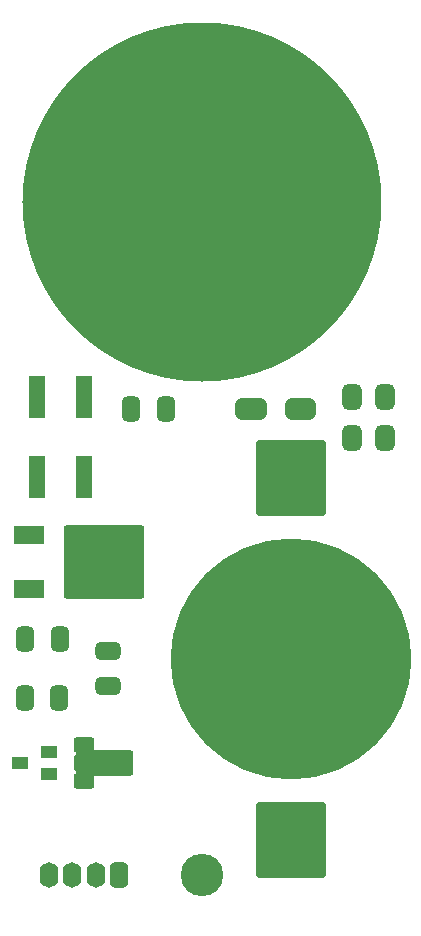
<source format=gbr>
G04 #@! TF.GenerationSoftware,KiCad,Pcbnew,7.0.0-da2b9df05c~163~ubuntu22.04.1*
G04 #@! TF.CreationDate,2023-02-22T18:49:52+09:00*
G04 #@! TF.ProjectId,staticdetector,73746174-6963-4646-9574-6563746f722e,rev?*
G04 #@! TF.SameCoordinates,Original*
G04 #@! TF.FileFunction,Soldermask,Top*
G04 #@! TF.FilePolarity,Negative*
%FSLAX46Y46*%
G04 Gerber Fmt 4.6, Leading zero omitted, Abs format (unit mm)*
G04 Created by KiCad (PCBNEW 7.0.0-da2b9df05c~163~ubuntu22.04.1) date 2023-02-22 18:49:52*
%MOMM*%
%LPD*%
G01*
G04 APERTURE LIST*
G04 Aperture macros list*
%AMRoundRect*
0 Rectangle with rounded corners*
0 $1 Rounding radius*
0 $2 $3 $4 $5 $6 $7 $8 $9 X,Y pos of 4 corners*
0 Add a 4 corners polygon primitive as box body*
4,1,4,$2,$3,$4,$5,$6,$7,$8,$9,$2,$3,0*
0 Add four circle primitives for the rounded corners*
1,1,$1+$1,$2,$3*
1,1,$1+$1,$4,$5*
1,1,$1+$1,$6,$7*
1,1,$1+$1,$8,$9*
0 Add four rect primitives between the rounded corners*
20,1,$1+$1,$2,$3,$4,$5,0*
20,1,$1+$1,$4,$5,$6,$7,0*
20,1,$1+$1,$6,$7,$8,$9,0*
20,1,$1+$1,$8,$9,$2,$3,0*%
%AMFreePoly0*
4,1,33,3.939037,1.051276,4.003921,1.007921,4.047276,0.943037,4.062500,0.866500,4.062500,-0.866500,4.047276,-0.943037,4.003921,-1.007921,3.939037,-1.051276,3.862500,-1.066500,0.737500,-1.066500,0.660963,-1.051276,0.596079,-1.007921,0.552724,-0.943037,0.537500,-0.866500,0.537500,-0.650000,-0.737500,-0.650000,-0.814037,-0.634776,-0.878921,-0.591421,-0.922276,-0.526537,-0.937500,-0.450000,
-0.937500,0.450000,-0.922276,0.526537,-0.878921,0.591421,-0.814037,0.634776,-0.737500,0.650000,0.537500,0.650000,0.537500,0.866500,0.552724,0.943037,0.596079,1.007921,0.660963,1.051276,0.737500,1.066500,3.862500,1.066500,3.939037,1.051276,3.939037,1.051276,$1*%
%AMFreePoly1*
4,1,39,0.025584,0.944911,0.071157,0.944911,0.127504,0.936810,0.264055,0.896715,0.315837,0.873066,0.435559,0.796125,0.478580,0.758847,0.571777,0.651292,0.602554,0.603402,0.661673,0.473948,0.677710,0.419330,0.697964,0.278464,0.700000,0.250000,0.700000,-0.250000,0.697964,-0.278464,0.677710,-0.419330,0.661673,-0.473948,0.602554,-0.603402,0.571777,-0.651292,0.478580,-0.758847,
0.435559,-0.796125,0.315837,-0.873066,0.264055,-0.896715,0.127504,-0.936810,0.071157,-0.944911,0.025584,-0.944911,0.000000,-0.950000,-0.500000,-0.950000,-0.576537,-0.934776,-0.641421,-0.891421,-0.684776,-0.826537,-0.700000,-0.750000,-0.700000,0.750000,-0.684776,0.826537,-0.641421,0.891421,-0.576537,0.934776,-0.500000,0.950000,0.000000,0.950000,0.025584,0.944911,0.025584,0.944911,
$1*%
%AMFreePoly2*
4,1,39,0.576537,0.934776,0.641421,0.891421,0.684776,0.826537,0.700000,0.750000,0.700000,-0.750000,0.684776,-0.826537,0.641421,-0.891421,0.576537,-0.934776,0.500000,-0.950000,0.000000,-0.950000,-0.025584,-0.944911,-0.071157,-0.944911,-0.127504,-0.936810,-0.264055,-0.896715,-0.315837,-0.873066,-0.435559,-0.796125,-0.478580,-0.758847,-0.571777,-0.651292,-0.602554,-0.603402,-0.661673,-0.473948,
-0.677710,-0.419330,-0.697964,-0.278464,-0.700000,-0.250000,-0.700000,0.250000,-0.697964,0.278464,-0.677710,0.419330,-0.661673,0.473948,-0.602554,0.603402,-0.571777,0.651292,-0.478580,0.758847,-0.435559,0.796125,-0.315837,0.873066,-0.264055,0.896715,-0.127504,0.936810,-0.071157,0.944911,-0.025584,0.944911,0.000000,0.950000,0.500000,0.950000,0.576537,0.934776,0.576537,0.934776,
$1*%
G04 Aperture macros list end*
%ADD10C,3.600000*%
%ADD11RoundRect,0.450000X-0.375000X-0.625000X0.375000X-0.625000X0.375000X0.625000X-0.375000X0.625000X0*%
%ADD12RoundRect,0.200000X0.500000X0.350000X-0.500000X0.350000X-0.500000X-0.350000X0.500000X-0.350000X0*%
%ADD13RoundRect,0.200000X-0.650000X-0.450000X0.650000X-0.450000X0.650000X0.450000X-0.650000X0.450000X0*%
%ADD14FreePoly0,0.000000*%
%ADD15RoundRect,0.200000X0.500000X-1.600000X0.500000X1.600000X-0.500000X1.600000X-0.500000X-1.600000X0*%
%ADD16C,30.400000*%
%ADD17FreePoly1,180.000000*%
%ADD18FreePoly2,180.000000*%
%ADD19RoundRect,0.200000X-1.100000X-0.600000X1.100000X-0.600000X1.100000X0.600000X-1.100000X0.600000X0*%
%ADD20RoundRect,0.200000X-3.200000X-2.900000X3.200000X-2.900000X3.200000X2.900000X-3.200000X2.900000X0*%
%ADD21FreePoly1,0.000000*%
%ADD22FreePoly2,0.000000*%
%ADD23O,1.600000X2.150000*%
%ADD24RoundRect,0.450000X0.350000X0.625000X-0.350000X0.625000X-0.350000X-0.625000X0.350000X-0.625000X0*%
%ADD25RoundRect,0.450000X0.625000X-0.312500X0.625000X0.312500X-0.625000X0.312500X-0.625000X-0.312500X0*%
%ADD26RoundRect,0.450000X0.312500X0.625000X-0.312500X0.625000X-0.312500X-0.625000X0.312500X-0.625000X0*%
%ADD27RoundRect,0.450000X-0.312500X-0.625000X0.312500X-0.625000X0.312500X0.625000X-0.312500X0.625000X0*%
%ADD28C,20.400000*%
%ADD29RoundRect,0.200000X2.750000X-3.000000X2.750000X3.000000X-2.750000X3.000000X-2.750000X-3.000000X0*%
G04 APERTURE END LIST*
D10*
X130000000Y-117000000D03*
D11*
X145500000Y-76500000D03*
X142700000Y-76500000D03*
D12*
X114600000Y-107500000D03*
X117000000Y-106550000D03*
X117000000Y-108450000D03*
D13*
X120000000Y-109000000D03*
D14*
X120087500Y-107500000D03*
D13*
X120000000Y-106000000D03*
D15*
X120000000Y-76500000D03*
X120000000Y-83300000D03*
X116000000Y-83300000D03*
X116000000Y-76500000D03*
D16*
X130000000Y-60000000D03*
D17*
X137700000Y-77500000D03*
D18*
X139000000Y-77500000D03*
D11*
X145500000Y-80000000D03*
X142700000Y-80000000D03*
D19*
X115375000Y-92755000D03*
D20*
X121675000Y-90475000D03*
D19*
X115375000Y-88195000D03*
D21*
X134800000Y-77500000D03*
D22*
X133500000Y-77500000D03*
D23*
X116999999Y-116999999D03*
X118999999Y-116999999D03*
X120999999Y-116999999D03*
D24*
X123000000Y-117000000D03*
D25*
X122000000Y-98037500D03*
X122000000Y-100962500D03*
D26*
X115037500Y-97000000D03*
X117962500Y-97000000D03*
X115000000Y-102000000D03*
X117925000Y-102000000D03*
D27*
X126925000Y-77500000D03*
X124000000Y-77500000D03*
D28*
X137500000Y-98700000D03*
D29*
X137500000Y-83400000D03*
X137500000Y-114000000D03*
G36*
X140443265Y-110936486D02*
G01*
X140449162Y-110949131D01*
X140449332Y-110949715D01*
X140451983Y-110969850D01*
X140452000Y-110970111D01*
X140452000Y-117029889D01*
X140451983Y-117030150D01*
X140449332Y-117050284D01*
X140449162Y-117050868D01*
X140443266Y-117063511D01*
X140441786Y-117064638D01*
X140440018Y-117064059D01*
X140439491Y-117062276D01*
X140448000Y-117019499D01*
X140448000Y-110980501D01*
X140439490Y-110937721D01*
X140440017Y-110935938D01*
X140441785Y-110935359D01*
X140443265Y-110936486D01*
G37*
G36*
X119350199Y-108148000D02*
G01*
X120625000Y-108148000D01*
X120626414Y-108148586D01*
X120627000Y-108150000D01*
X120627000Y-108350000D01*
X120626414Y-108351414D01*
X120625000Y-108352000D01*
X119350199Y-108352000D01*
X119289565Y-108364060D01*
X119287921Y-108363656D01*
X119287175Y-108362136D01*
X119287863Y-108360589D01*
X119336866Y-108317991D01*
X119356677Y-108253188D01*
X119339138Y-108187735D01*
X119289364Y-108141323D01*
X119284788Y-108138991D01*
X119283717Y-108137496D01*
X119284319Y-108135758D01*
X119286086Y-108135247D01*
X119350199Y-108148000D01*
G37*
G36*
X119350199Y-106648000D02*
G01*
X120625000Y-106648000D01*
X120626414Y-106648586D01*
X120627000Y-106650000D01*
X120627000Y-106850000D01*
X120626414Y-106851414D01*
X120625000Y-106852000D01*
X119350199Y-106852000D01*
X119286083Y-106864753D01*
X119284316Y-106864242D01*
X119283714Y-106862504D01*
X119284785Y-106861009D01*
X119289366Y-106858674D01*
X119339139Y-106812262D01*
X119356677Y-106746809D01*
X119336865Y-106682006D01*
X119287864Y-106639410D01*
X119287176Y-106637863D01*
X119287922Y-106636343D01*
X119289566Y-106635939D01*
X119350199Y-106648000D01*
G37*
G36*
X140443265Y-80336486D02*
G01*
X140449162Y-80349131D01*
X140449332Y-80349715D01*
X140451983Y-80369850D01*
X140452000Y-80370111D01*
X140452000Y-86429889D01*
X140451983Y-86430150D01*
X140449332Y-86450284D01*
X140449162Y-86450868D01*
X140443266Y-86463511D01*
X140441786Y-86464638D01*
X140440018Y-86464059D01*
X140439491Y-86462276D01*
X140448000Y-86419499D01*
X140448000Y-80380501D01*
X140439490Y-80337721D01*
X140440017Y-80335938D01*
X140441785Y-80335359D01*
X140443265Y-80336486D01*
G37*
G36*
X120693265Y-81636486D02*
G01*
X120699162Y-81649131D01*
X120699332Y-81649715D01*
X120701983Y-81669850D01*
X120702000Y-81670111D01*
X120702000Y-84929889D01*
X120701983Y-84930150D01*
X120699332Y-84950284D01*
X120699162Y-84950868D01*
X120693266Y-84963511D01*
X120691786Y-84964638D01*
X120690018Y-84964059D01*
X120689491Y-84962276D01*
X120698000Y-84919499D01*
X120698000Y-81680501D01*
X120689490Y-81637721D01*
X120690017Y-81635938D01*
X120691785Y-81635359D01*
X120693265Y-81636486D01*
G37*
G36*
X116693265Y-81636486D02*
G01*
X116699162Y-81649131D01*
X116699332Y-81649715D01*
X116701983Y-81669850D01*
X116702000Y-81670111D01*
X116702000Y-84929889D01*
X116701983Y-84930150D01*
X116699332Y-84950284D01*
X116699162Y-84950868D01*
X116693266Y-84963511D01*
X116691786Y-84964638D01*
X116690018Y-84964059D01*
X116689491Y-84962276D01*
X116698000Y-84919499D01*
X116698000Y-81680501D01*
X116689490Y-81637721D01*
X116690017Y-81635938D01*
X116691785Y-81635359D01*
X116693265Y-81636486D01*
G37*
G36*
X120693265Y-74836486D02*
G01*
X120699162Y-74849131D01*
X120699332Y-74849715D01*
X120701983Y-74869850D01*
X120702000Y-74870111D01*
X120702000Y-78129889D01*
X120701983Y-78130150D01*
X120699332Y-78150284D01*
X120699162Y-78150868D01*
X120693266Y-78163511D01*
X120691786Y-78164638D01*
X120690018Y-78164059D01*
X120689491Y-78162276D01*
X120698000Y-78119499D01*
X120698000Y-74880501D01*
X120689490Y-74837721D01*
X120690017Y-74835938D01*
X120691785Y-74835359D01*
X120693265Y-74836486D01*
G37*
G36*
X116693265Y-74836486D02*
G01*
X116699162Y-74849131D01*
X116699332Y-74849715D01*
X116701983Y-74869850D01*
X116702000Y-74870111D01*
X116702000Y-78129889D01*
X116701983Y-78130150D01*
X116699332Y-78150284D01*
X116699162Y-78150868D01*
X116693266Y-78163511D01*
X116691786Y-78164638D01*
X116690018Y-78164059D01*
X116689491Y-78162276D01*
X116698000Y-78119499D01*
X116698000Y-74880501D01*
X116689490Y-74837721D01*
X116690017Y-74835938D01*
X116691785Y-74835359D01*
X116693265Y-74836486D01*
G37*
M02*

</source>
